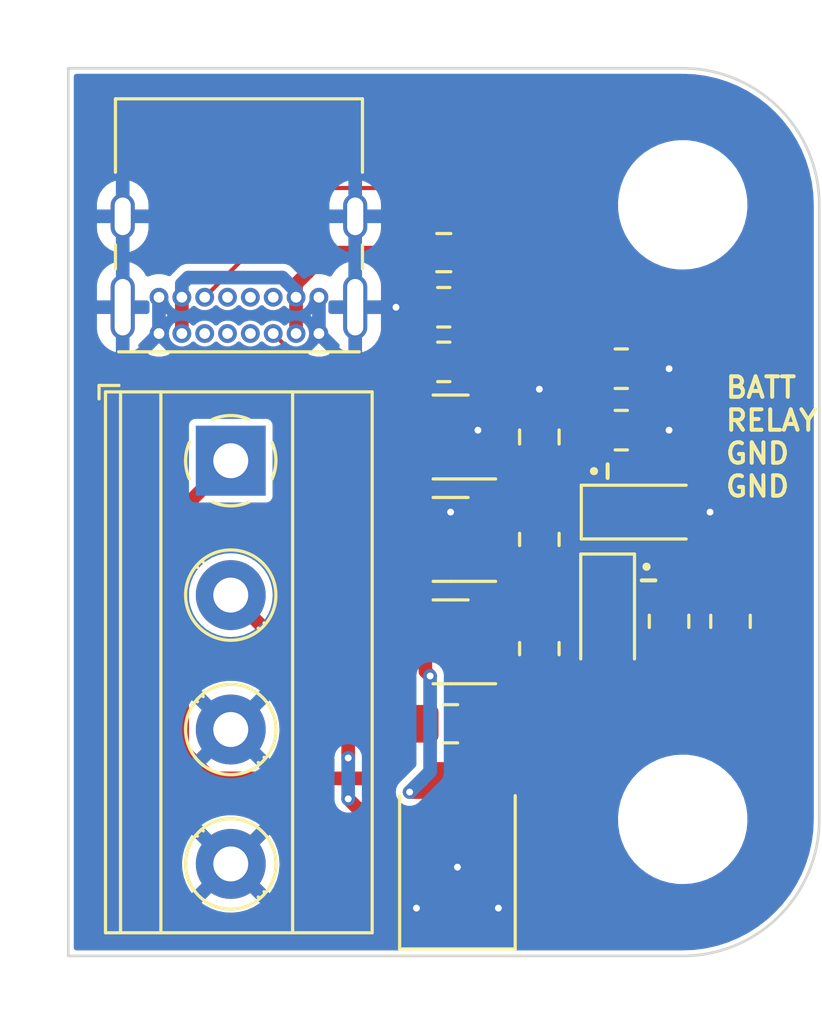
<source format=kicad_pcb>
(kicad_pcb (version 20211014) (generator pcbnew)
  (layers (0 "F.Cu" signal "Front") (31 "B.Cu" signal "Back") (34 "B.Paste" user) (35 "F.Paste" user) (36 "B.SilkS" user "B.Silkscreen") (37 "F.SilkS" user "F.Silkscreen") (38 "B.Mask" user) (39 "F.Mask" user) (44 "Edge.Cuts" user))
  (net 0 "")
  (net 1 "VBUS")
  (net 2 "Net-(F1-Pad2)")
  (net 3 "GND")
  (net 4 "Net-(J1-PadA5)")
  (net 8 "Net-(J1-PadB5)")
  (net 12 "+BATT")
  (net 13 "/RELAY")
  (net 14 "Net-(D1-Pad1)")
  (net 15 "Net-(Q2-Pad3)")
  (net 16 "Net-(C1-Pad1)")
  (net 17 "Net-(D2-Pad2)")
  (net 18 "/BATT_UNFUSED")
  (net 19 "/RELAY_UNPROTECTED")
  (footprint "Package_TO_SOT_SMD:SOT-23" (layer "F.Cu") (at 47.244 171.196 180)
    (fp_text reference "Q3" hide)
    (fp_text value "BSS84" hide)
    (fp_line (start 0 -1.56) (end 0.65 -1.56) (layer "F.SilkS") (width 0.12))
    (fp_line (start 0 -1.56) (end -1.675 -1.56) (layer "F.SilkS") (width 0.12))
    (fp_line (start 0 1.56) (end 0.65 1.56) (layer "F.SilkS") (width 0.12))
    (fp_line (start 0 1.56) (end -0.65 1.56) (layer "F.SilkS") (width 0.12))
    (pad "1" smd roundrect (at -0.9375 -0.95 180) (size 1.475 0.6) (layers "F.Cu" "F.Paste" "F.Mask") (net 17 "Net-(D2-Pad2)"))
    (pad "2" smd roundrect (at -0.9375 0.95 180) (size 1.475 0.6) (layers "F.Cu" "F.Paste" "F.Mask") (net 12 "+BATT"))
    (pad "3" smd roundrect (at 0.9375 0 180) (size 1.475 0.6) (layers "F.Cu" "F.Paste" "F.Mask") (net 19 "/RELAY_UNPROTECTED"))
  )
  (footprint "Diode_SMD:D_SMB" (layer "F.Cu") (at 47.498 179.07 90)
    (fp_text reference "D3" hide)
    (fp_text value "D_TVS" hide)
    (fp_line (start -3.55 2.15) (end 2.15 2.15) (layer "F.SilkS") (width 0.12))
    (fp_line (start -3.55 -2.15) (end 2.15 -2.15) (layer "F.SilkS") (width 0.12))
    (fp_line (start -3.55 -2.15) (end -3.55 2.15) (layer "F.SilkS") (width 0.12))
    (pad "1" smd rect (at -2.15 0 90) (size 2.5 2.3) (layers "F.Cu" "F.Paste" "F.Mask") (net 3 "GND"))
    (pad "2" smd rect (at 2.15 0 90) (size 2.5 2.3) (layers "F.Cu" "F.Paste" "F.Mask") (net 19 "/RELAY_UNPROTECTED"))
  )
  (footprint "Resistor_SMD:R_0805_2012Metric" (layer "F.Cu") (at 55.372 170.434 -90)
    (fp_text reference "R8" hide)
    (fp_text value "56k" hide)
    (fp_line (start -0.227064 -0.735) (end 0.227064 -0.735) (layer "F.SilkS") (width 0.12))
    (fp_line (start -0.227064 0.735) (end 0.227064 0.735) (layer "F.SilkS") (width 0.12))
    (pad "1" smd roundrect (at -0.9125 0 270) (size 1.025 1.4) (layers "F.Cu" "F.Paste" "F.Mask") (roundrect_rratio 0.243902) (net 12 "+BATT"))
    (pad "2" smd roundrect (at 0.9125 0 270) (size 1.025 1.4) (layers "F.Cu" "F.Paste" "F.Mask") (roundrect_rratio 0.243902) (net 17 "Net-(D2-Pad2)"))
  )
  (footprint "Package_TO_SOT_SMD:SOT-23" (layer "F.Cu") (at 47.244 167.386 180)
    (fp_text reference "Q2" hide)
    (fp_text value "BSS138" hide)
    (fp_line (start 0 -1.56) (end -1.675 -1.56) (layer "F.SilkS") (width 0.12))
    (fp_line (start 0 -1.56) (end 0.65 -1.56) (layer "F.SilkS") (width 0.12))
    (fp_line (start 0 1.56) (end 0.65 1.56) (layer "F.SilkS") (width 0.12))
    (fp_line (start 0 1.56) (end -0.65 1.56) (layer "F.SilkS") (width 0.12))
    (pad "1" smd roundrect (at -0.9375 -0.95 180) (size 1.475 0.6) (layers "F.Cu" "F.Paste" "F.Mask") (net 14 "Net-(D1-Pad1)"))
    (pad "2" smd roundrect (at -0.9375 0.95 180) (size 1.475 0.6) (layers "F.Cu" "F.Paste" "F.Mask") (net 3 "GND"))
    (pad "3" smd roundrect (at 0.9375 0 180) (size 1.475 0.6) (layers "F.Cu" "F.Paste" "F.Mask") (net 15 "Net-(Q2-Pad3)"))
  )
  (footprint "Resistor_SMD:R_0805_2012Metric" (layer "F.Cu") (at 50.546 171.45 90)
    (fp_text reference "R5" hide)
    (fp_text value "10k" hide)
    (fp_line (start -0.227064 0.735) (end 0.227064 0.735) (layer "F.SilkS") (width 0.12))
    (fp_line (start -0.227064 -0.735) (end 0.227064 -0.735) (layer "F.SilkS") (width 0.12))
    (pad "1" smd roundrect (at -0.9125 0 90) (size 1.025 1.4) (layers "F.Cu" "F.Paste" "F.Mask") (roundrect_rratio 0.243902439) (net 17 "Net-(D2-Pad2)"))
    (pad "2" smd roundrect (at 0.9125 0 90) (size 1.025 1.4) (layers "F.Cu" "F.Paste" "F.Mask") (roundrect_rratio 0.243902439) (net 15 "Net-(Q2-Pad3)"))
  )
  (footprint "Connector_USB:USB_C_Receptacle_GCT_USB4085" (layer "F.Cu") (at 42.345 159.727 180)
    (fp_text reference "J1" hide)
    (fp_text value "USB_C_Receptacle_USB2.0" hide)
    (fp_line (start 7.57 6) (end 7.57 8.73) (layer "F.SilkS") (width 0.12))
    (fp_line (start -1.62 2.4) (end -1.62 3.3) (layer "F.SilkS") (width 0.12))
    (fp_line (start -1.62 8.73) (end 7.57 8.73) (layer "F.SilkS") (width 0.12))
    (fp_line (start -1.5 -0.68) (end 7.45 -0.68) (layer "F.SilkS") (width 0.12))
    (fp_line (start 7.57 2.4) (end 7.57 3.3) (layer "F.SilkS") (width 0.12))
    (fp_line (start -1.62 6) (end -1.62 8.73) (layer "F.SilkS") (width 0.12))
    (pad "A1" thru_hole circle (at 0 0 180) (size 0.7 0.7) (drill 0.4) (layers *.Cu *.Mask) (net 3 "GND"))
    (pad "A4" thru_hole circle (at 0.85 0 180) (size 0.7 0.7) (drill 0.4) (layers *.Cu *.Mask) (net 2 "Net-(F1-Pad2)"))
    (pad "A5" thru_hole circle (at 1.7 0 180) (size 0.7 0.7) (drill 0.4) (layers *.Cu *.Mask) (net 4 "Net-(J1-PadA5)"))
    (pad "A6" thru_hole circle (at 2.55 0 180) (size 0.7 0.7) (drill 0.4) (layers *.Cu *.Mask))
    (pad "A7" thru_hole circle (at 3.4 0 180) (size 0.7 0.7) (drill 0.4) (layers *.Cu *.Mask))
    (pad "A8" thru_hole circle (at 4.25 0 180) (size 0.7 0.7) (drill 0.4) (layers *.Cu *.Mask))
    (pad "A9" thru_hole circle (at 5.1 0 180) (size 0.7 0.7) (drill 0.4) (layers *.Cu *.Mask) (net 2 "Net-(F1-Pad2)"))
    (pad "A12" thru_hole circle (at 5.95 0 180) (size 0.7 0.7) (drill 0.4) (layers *.Cu *.Mask) (net 3 "GND"))
    (pad "B1" thru_hole circle (at 5.95 1.35 180) (size 0.7 0.7) (drill 0.4) (layers *.Cu *.Mask) (net 3 "GND"))
    (pad "B4" thru_hole circle (at 5.1 1.35 180) (size 0.7 0.7) (drill 0.4) (layers *.Cu *.Mask) (net 2 "Net-(F1-Pad2)"))
    (pad "B5" thru_hole circle (at 4.25 1.35 180) (size 0.7 0.7) (drill 0.4) (layers *.Cu *.Mask) (net 8 "Net-(J1-PadB5)"))
    (pad "B6" thru_hole circle (at 3.4 1.35 180) (size 0.7 0.7) (drill 0.4) (layers *.Cu *.Mask))
    (pad "B7" thru_hole circle (at 2.55 1.35 180) (size 0.7 0.7) (drill 0.4) (layers *.Cu *.Mask))
    (pad "B8" thru_hole circle (at 1.7 1.35 180) (size 0.7 0.7) (drill 0.4) (layers *.Cu *.Mask))
    (pad "B9" thru_hole circle (at 0.85 1.35 180) (size 0.7 0.7) (drill 0.4) (layers *.Cu *.Mask) (net 2 "Net-(F1-Pad2)"))
    (pad "B12" thru_hole circle (at 0 1.35 180) (size 0.7 0.7) (drill 0.4) (layers *.Cu *.Mask) (net 3 "GND"))
    (pad "S1" thru_hole oval (at -1.35 4.36 180) (size 0.9 1.7) (drill oval 0.6 1.4) (layers *.Cu *.Mask) (net 3 "GND"))
    (pad "S1" thru_hole oval (at -1.35 0.98 180) (size 0.9 2.4) (drill oval 0.6 2.1) (layers *.Cu *.Mask) (net 3 "GND"))
    (pad "S1" thru_hole oval (at 7.3 0.98 180) (size 0.9 2.4) (drill oval 0.6 2.1) (layers *.Cu *.Mask) (net 3 "GND"))
    (pad "S1" thru_hole oval (at 7.3 4.36 180) (size 0.9 1.7) (drill oval 0.6 1.4) (layers *.Cu *.Mask) (net 3 "GND"))
  )
  (footprint "Resistor_SMD:R_0805_2012Metric" (layer "F.Cu") (at 46.99 158.75 180)
    (fp_text reference "R3" hide)
    (fp_text value "10K" hide)
    (fp_line (start -0.227064 0.735) (end 0.227064 0.735) (layer "F.SilkS") (width 0.12))
    (fp_line (start -0.227064 -0.735) (end 0.227064 -0.735) (layer "F.SilkS") (width 0.12))
    (pad "1" smd roundrect (at -0.9125 0 180) (size 1.025 1.4) (layers "F.Cu" "F.Paste" "F.Mask") (roundrect_rratio 0.243902439) (net 1 "VBUS"))
    (pad "2" smd roundrect (at 0.9125 0 180) (size 1.025 1.4) (layers "F.Cu" "F.Paste" "F.Mask") (roundrect_rratio 0.243902439) (net 3 "GND"))
  )
  (footprint "Resistor_SMD:R_0805_2012Metric" (layer "F.Cu") (at 57.658 170.434 90)
    (fp_text reference "R7" hide)
    (fp_text value "2.7K" hide)
    (fp_line (start -0.227064 -0.735) (end 0.227064 -0.735) (layer "F.SilkS") (width 0.12))
    (fp_line (start -0.227064 0.735) (end 0.227064 0.735) (layer "F.SilkS") (width 0.12))
    (pad "1" smd roundrect (at -0.9125 0 90) (size 1.025 1.4) (layers "F.Cu" "F.Paste" "F.Mask") (roundrect_rratio 0.243902439) (net 19 "/RELAY_UNPROTECTED"))
    (pad "2" smd roundrect (at 0.9125 0 90) (size 1.025 1.4) (layers "F.Cu" "F.Paste" "F.Mask") (roundrect_rratio 0.243902439) (net 13 "/RELAY"))
  )
  (footprint "Resistor_SMD:R_0805_2012Metric" (layer "F.Cu") (at 53.594 161.036)
    (fp_text reference "R1" hide)
    (fp_text value "5.1K" hide)
    (fp_line (start -0.227064 -0.735) (end 0.227064 -0.735) (layer "F.SilkS") (width 0.12))
    (fp_line (start -0.227064 0.735) (end 0.227064 0.735) (layer "F.SilkS") (width 0.12))
    (pad "1" smd roundrect (at -0.9125 0) (size 1.025 1.4) (layers "F.Cu" "F.Paste" "F.Mask") (roundrect_rratio 0.243902439) (net 8 "Net-(J1-PadB5)"))
    (pad "2" smd roundrect (at 0.9125 0) (size 1.025 1.4) (layers "F.Cu" "F.Paste" "F.Mask") (roundrect_rratio 0.243902439) (net 3 "GND"))
  )
  (footprint "Package_TO_SOT_SMD:SOT-23" (layer "F.Cu") (at 47.244 163.576 180)
    (fp_text reference "Q1" hide)
    (fp_text value "BSS138" hide)
    (fp_line (start 0 -1.56) (end 0.65 -1.56) (layer "F.SilkS") (width 0.12))
    (fp_line (start 0 1.56) (end 0.65 1.56) (layer "F.SilkS") (width 0.12))
    (fp_line (start 0 -1.56) (end -1.675 -1.56) (layer "F.SilkS") (width 0.12))
    (fp_line (start 0 1.56) (end -0.65 1.56) (layer "F.SilkS") (width 0.12))
    (pad "1" smd roundrect (at -0.9375 -0.95 180) (size 1.475 0.6) (layers "F.Cu" "F.Paste" "F.Mask") (net 16 "Net-(C1-Pad1)"))
    (pad "2" smd roundrect (at -0.9375 0.95 180) (size 1.475 0.6) (layers "F.Cu" "F.Paste" "F.Mask") (net 3 "GND"))
    (pad "3" smd roundrect (at 0.9375 0 180) (size 1.475 0.6) (layers "F.Cu" "F.Paste" "F.Mask") (net 14 "Net-(D1-Pad1)"))
  )
  (footprint "Fuse:Fuse_0805_2012Metric_Pad1.15x1.40mm_HandSolder" (layer "F.Cu") (at 46.99 156.718 180)
    (fp_text reference "F1" hide)
    (fp_text value "USB Fuse" hide)
    (fp_line (start -0.261252 -0.71) (end 0.261252 -0.71) (layer "F.SilkS") (width 0.12))
    (fp_line (start -0.261252 0.71) (end 0.261252 0.71) (layer "F.SilkS") (width 0.12))
    (pad "1" smd roundrect (at -1.025 0 180) (size 1.15 1.4) (layers "F.Cu" "F.Paste" "F.Mask") (roundrect_rratio 0.2173913043) (net 1 "VBUS"))
    (pad "2" smd roundrect (at 1.025 0 180) (size 1.15 1.4) (layers "F.Cu" "F.Paste" "F.Mask") (roundrect_rratio 0.2173913043) (net 2 "Net-(F1-Pad2)"))
  )
  (footprint "Capacitor_SMD:C_0805_2012Metric" (layer "F.Cu") (at 50.546 163.576 90)
    (fp_text reference "C1" hide)
    (fp_text value "4.7u" hide)
    (fp_line (start -0.261252 0.735) (end 0.261252 0.735) (layer "F.SilkS") (width 0.12))
    (fp_line (start -0.261252 -0.735) (end 0.261252 -0.735) (layer "F.SilkS") (width 0.12))
    (pad "1" smd roundrect (at -0.95 0 90) (size 1 1.45) (layers "F.Cu" "F.Paste" "F.Mask") (net 16 "Net-(C1-Pad1)"))
    (pad "2" smd roundrect (at 0.95 0 90) (size 1 1.45) (layers "F.Cu" "F.Paste" "F.Mask") (net 3 "GND"))
  )
  (footprint "Diode_SMD:D_SOD-123" (layer "F.Cu") (at 54.356 166.37)
    (fp_text reference "D1" hide)
    (fp_text value "D_Zener" hide)
    (fp_line (start -2.25 1) (end 1.65 1) (layer "F.SilkS") (width 0.12))
    (fp_line (start -2.25 -1) (end 1.65 -1) (layer "F.SilkS") (width 0.12))
    (fp_line (start -2.25 -1) (end -2.25 1) (layer "F.SilkS") (width 0.12))
    (pad "1" smd rect (at -1.65 0) (size 0.9 1.2) (layers "F.Cu" "F.Paste" "F.Mask") (net 14 "Net-(D1-Pad1)"))
    (pad "2" smd rect (at 1.65 0) (size 0.9 1.2) (layers "F.Cu" "F.Paste" "F.Mask") (net 3 "GND"))
  )
  (footprint "Diode_SMD:D_SOD-123" (layer "F.Cu") (at 53.086 170.18 -90)
    (fp_text reference "D2" hide)
    (fp_text value "D_Zener" hide)
    (fp_line (start -2.25 -1) (end -2.25 1) (layer "F.SilkS") (width 0.12))
    (fp_line (start -2.25 1) (end 1.65 1) (layer "F.SilkS") (width 0.12))
    (fp_line (start -2.25 -1) (end 1.65 -1) (layer "F.SilkS") (width 0.12))
    (pad "1" smd rect (at -1.65 0 270) (size 0.9 1.2) (layers "F.Cu" "F.Paste" "F.Mask") (net 12 "+BATT"))
    (pad "2" smd rect (at 1.65 0 270) (size 0.9 1.2) (layers "F.Cu" "F.Paste" "F.Mask") (net 17 "Net-(D2-Pad2)"))
  )
  (footprint "MountingHole:MountingHole_4.3mm_M4" (layer "F.Cu") (at 55.88 154.94)
    (fp_text reference "H1" hide)
    (fp_text value "MountingHole" hide)
    (pad "" np_thru_hole circle (at 0 0) (size 4.3 4.3) (drill 4.3) (layers *.Cu *.Mask))
  )
  (footprint "MountingHole:MountingHole_4.3mm_M4" (layer "F.Cu") (at 55.88 177.8)
    (fp_text reference "H2" hide)
    (fp_text value "MountingHole" hide)
    (pad "" np_thru_hole circle (at 0 0) (size 4.3 4.3) (drill 4.3) (layers *.Cu *.Mask))
  )
  (footprint "Resistor_SMD:R_0805_2012Metric" (layer "F.Cu") (at 50.546 167.386 90)
    (fp_text reference "R4" hide)
    (fp_text value "56k" hide)
    (fp_line (start -0.227064 -0.735) (end 0.227064 -0.735) (layer "F.SilkS") (width 0.12))
    (fp_line (start -0.227064 0.735) (end 0.227064 0.735) (layer "F.SilkS") (width 0.12))
    (pad "1" smd roundrect (at -0.9125 0 90) (size 1.025 1.4) (layers "F.Cu" "F.Paste" "F.Mask") (roundrect_rratio 0.243902439) (net 12 "+BATT"))
    (pad "2" smd roundrect (at 0.9125 0 90) (size 1.025 1.4) (layers "F.Cu" "F.Paste" "F.Mask") (roundrect_rratio 0.243902439) (net 14 "Net-(D1-Pad1)"))
  )
  (footprint "Resistor_SMD:R_0805_2012Metric" (layer "F.Cu") (at 53.594 163.322)
    (fp_text reference "R2" hide)
    (fp_text value "5.1K" hide)
    (fp_line (start -0.227064 0.735) (end 0.227064 0.735) (layer "F.SilkS") (width 0.12))
    (fp_line (start -0.227064 -0.735) (end 0.227064 -0.735) (layer "F.SilkS") (width 0.12))
    (pad "1" smd roundrect (at -0.9125 0) (size 1.025 1.4) (layers "F.Cu" "F.Paste" "F.Mask") (roundrect_rratio 0.243902439) (net 4 "Net-(J1-PadA5)"))
    (pad "2" smd roundrect (at 0.9125 0) (size 1.025 1.4) (layers "F.Cu" "F.Paste" "F.Mask") (roundrect_rratio 0.243902439) (net 3 "GND"))
  )
  (footprint "Fuse:Fuse_0805_2012Metric_Pad1.15x1.40mm_HandSolder" (layer "F.Cu") (at 47.244 174.244)
    (fp_text reference "F2" hide)
    (fp_text value "Batt Fuse" hide)
    (fp_line (start -0.261252 0.71) (end 0.261252 0.71) (layer "F.SilkS") (width 0.12))
    (fp_line (start -0.261252 -0.71) (end 0.261252 -0.71) (layer "F.SilkS") (width 0.12))
    (pad "1" smd roundrect (at -1.025 0) (size 1.15 1.4) (layers "F.Cu" "F.Paste" "F.Mask") (roundrect_rratio 0.2173913043) (net 18 "/BATT_UNFUSED"))
    (pad "2" smd roundrect (at 1.025 0) (size 1.15 1.4) (layers "F.Cu" "F.Paste" "F.Mask") (roundrect_rratio 0.2173913043) (net 12 "+BATT"))
  )
  (footprint "TerminalBlock_Phoenix:TerminalBlock_Phoenix_MKDS-1,5-4_1x04_P5.00mm_Horizontal" (layer "F.Cu") (at 39.065 164.458 -90)
    (fp_text reference "J2" hide)
    (fp_text value "Screw_Terminal_01x04" hide)
    (fp_line (start 16.275 -1.069) (end 16.228 -1.023) (layer "F.SilkS") (width 0.12))
    (fp_line (start -2.8 4.9) (end -2.3 4.9) (layer "F.SilkS") (width 0.12))
    (fp_line (start 16.07 -1.275) (end 16.035 -1.239) (layer "F.SilkS") (width 0.12))
    (fp_line (start 11.275 -1.069) (end 11.228 -1.023) (layer "F.SilkS") (width 0.12))
    (fp_line (start 13.773 1.023) (end 13.726 1.069) (layer "F.SilkS") (width 0.12))
    (fp_line (start 6.07 -1.275) (end 6.035 -1.239) (layer "F.SilkS") (width 0.12))
    (fp_line (start -2.56 -2.301) (end 17.561 -2.301) (layer "F.SilkS") (width 0.12))
    (fp_line (start 6.275 -1.069) (end 6.228 -1.023) (layer "F.SilkS") (width 0.12))
    (fp_line (start 11.07 -1.275) (end 11.035 -1.239) (layer "F.SilkS") (width 0.12))
    (fp_line (start 3.773 1.023) (end 3.726 1.069) (layer "F.SilkS") (width 0.12))
    (fp_line (start 8.966 1.239) (end 8.931 1.274) (layer "F.SilkS") (width 0.12))
    (fp_line (start 8.773 1.023) (end 8.726 1.069) (layer "F.SilkS") (width 0.12))
    (fp_line (start -2.56 4.1) (end 17.561 4.1) (layer "F.SilkS") (width 0.12))
    (fp_line (start 13.966 1.239) (end 13.931 1.274) (layer "F.SilkS") (width 0.12))
    (fp_line (start -2.56 -5.261) (end 17.561 -5.261) (layer "F.SilkS") (width 0.12))
    (fp_line (start 17.561 -5.261) (end 17.561 4.66) (layer "F.SilkS") (width 0.12))
    (fp_line (start -2.56 -5.261) (end -2.56 4.66) (layer "F.SilkS") (width 0.12))
    (fp_line (start -2.8 4.16) (end -2.8 4.9) (layer "F.SilkS") (width 0.12))
    (fp_line (start -2.56 2.6) (end 17.561 2.6) (layer "F.SilkS") (width 0.12))
    (fp_line (start 3.966 1.239) (end 3.931 1.274) (layer "F.SilkS") (width 0.12))
    (fp_line (start -2.56 4.66) (end 17.561 4.66) (layer "F.SilkS") (width 0.12))
    (fp_arc (start 0.028805 1.680253) (mid -0.335551 1.646659) (end -0.684 1.535) (layer "F.SilkS") (width 0.12))
    (fp_arc (start -1.535427 0.683042) (mid -1.680501 -0.000524) (end -1.535 -0.684) (layer "F.SilkS") (width 0.12))
    (fp_arc (start 0.683318 1.534756) (mid 0.349292 1.643288) (end 0 1.68) (layer "F.SilkS") (width 0.12))
    (fp_arc (start 1.535427 -0.683042) (mid 1.680501 0.000524) (end 1.535 0.684) (layer "F.SilkS") (width 0.12))
    (fp_arc (start -0.683042 -1.535427) (mid 0.000524 -1.680501) (end 0.684 -1.535) (layer "F.SilkS") (width 0.12))
    (fp_circle (center 5 0) (end 6.68 0) (layer "F.SilkS") (width 0.12) (fill none))
    (fp_circle (center 15 0) (end 16.68 0) (layer "F.SilkS") (width 0.12) (fill none))
    (fp_circle (center 10 0) (end 11.68 0) (layer "F.SilkS") (width 0.12) (fill none))
    (pad "1" thru_hole rect (at 0 0 270) (size 2.6 2.6) (drill 1.3) (layers *.Cu *.Mask) (net 18 "/BATT_UNFUSED"))
    (pad "2" thru_hole circle (at 5 0 270) (size 2.6 2.6) (drill 1.3) (layers *.Cu *.Mask) (net 13 "/RELAY"))
    (pad "3" thru_hole circle (at 10 0 270) (size 2.6 2.6) (drill 1.3) (layers *.Cu *.Mask) (net 3 "GND"))
    (pad "4" thru_hole circle (at 15 0 270) (size 2.6 2.6) (drill 1.3) (layers *.Cu *.Mask) (net 3 "GND"))
  )
  (footprint "Resistor_SMD:R_0805_2012Metric" (layer "F.Cu") (at 46.99 160.782 180)
    (fp_text reference "R6" hide)
    (fp_text value "6.2K" hide)
    (fp_line (start -0.227064 -0.735) (end 0.227064 -0.735) (layer "F.SilkS") (width 0.12))
    (fp_line (start -0.227064 0.735) (end 0.227064 0.735) (layer "F.SilkS") (width 0.12))
    (pad "1" smd roundrect (at -0.9125 0 180) (size 1.025 1.4) (layers "F.Cu" "F.Paste" "F.Mask") (roundrect_rratio 0.243902439) (net 1 "VBUS"))
    (pad "2" smd roundrect (at 0.9125 0 180) (size 1.025 1.4) (layers "F.Cu" "F.Paste" "F.Mask") (roundrect_rratio 0.243902439) (net 16 "Net-(C1-Pad1)"))
  )
  (gr_line (start 54.356 168.91) (end 54.864 168.91) (layer "F.SilkS") (width 0.15))
  (gr_line (start 53.086 165.1) (end 53.086 164.592) (layer "F.SilkS") (width 0.15))
  (gr_circle (center 52.578 164.846) (end 52.6542 164.846) (layer "F.SilkS") (width 0.15) (fill none))
  (gr_circle (center 54.5338 168.402) (end 54.61 168.402) (layer "F.SilkS") (width 0.15) (fill none))
  (gr_line (start 60.96 177.8) (end 60.96 154.94) (layer "Edge.Cuts") (width 0.1))
  (gr_arc (start 55.88 149.86) (mid 59.472102 151.347898) (end 60.96 154.94) (layer "Edge.Cuts") (width 0.1))
  (gr_arc (start 60.96 177.8) (mid 59.472102 181.392102) (end 55.88 182.88) (layer "Edge.Cuts") (width 0.1))
  (gr_line (start 33.02 182.88) (end 55.88 182.88) (layer "Edge.Cuts") (width 0.1))
  (gr_line (start 33.02 149.86) (end 33.02 182.88) (layer "Edge.Cuts") (width 0.1))
  (gr_line (start 55.88 149.86) (end 33.02 149.86) (layer "Edge.Cuts") (width 0.1))
  (gr_text "BATT\nRELAY\nGND\nGND" (at 57.404 163.576) (layer "F.SilkS") (effects (font (size 0.762 0.762)) (justify left)))
  (segment (start 47.9025 160.782) (end 47.9025 158.75) (width 0.508) (layer "F.Cu") (net 1))
  (segment (start 48.015 156.718) (end 48.015 158.6375) (width 0.508) (layer "F.Cu") (net 1))
  (segment (start 41.495 157.882026) (end 41.495 158.377) (width 0.508) (layer "F.Cu") (net 2))
  (segment (start 37.245 158.377) (end 37.245 159.727) (width 0.508) (layer "F.Cu") (net 2))
  (segment (start 45.965 156.718) (end 42.659026 156.718) (width 0.508) (layer "F.Cu") (net 2))
  (segment (start 41.495 158.377) (end 41.495 159.727) (width 0.508) (layer "F.Cu") (net 2))
  (segment (start 42.659026 156.718) (end 41.495 157.882026) (width 0.508) (layer "F.Cu") (net 2))
  (segment (start 41.495 158.15352) (end 41.495 158.377) (width 0.508) (layer "B.Cu") (net 2))
  (segment (start 40.987969 157.646489) (end 41.495 158.15352) (width 0.508) (layer "B.Cu") (net 2))
  (segment (start 37.480537 157.646489) (end 40.987969 157.646489) (width 0.508) (layer "B.Cu") (net 2))
  (segment (start 37.245 158.377) (end 37.245 157.882026) (width 0.508) (layer "B.Cu") (net 2))
  (segment (start 37.245 157.882026) (end 37.480537 157.646489) (width 0.508) (layer "B.Cu") (net 2))
  (segment (start 54.5065 163.322) (end 55.372 163.322) (width 0.508) (layer "F.Cu") (net 3))
  (segment (start 47.498 181.22) (end 48.904 181.22) (width 0.508) (layer "F.Cu") (net 3))
  (segment (start 54.5065 161.036) (end 55.372 161.036) (width 0.508) (layer "F.Cu") (net 3))
  (segment (start 46.092 181.22) (end 45.974 181.102) (width 0.508) (layer "F.Cu") (net 3))
  (segment (start 56.006 166.37) (end 56.896 166.37) (width 0.508) (layer "F.Cu") (net 3))
  (segment (start 48.904 181.22) (end 49.022 181.102) (width 0.508) (layer "F.Cu") (net 3))
  (segment (start 48.1815 162.626) (end 48.1815 163.2435) (width 0.508) (layer "F.Cu") (net 3))
  (segment (start 47.498 181.22) (end 46.092 181.22) (width 0.508) (layer "F.Cu") (net 3))
  (segment (start 50.546 162.626) (end 50.546 161.798) (width 0.508) (layer "F.Cu") (net 3))
  (segment (start 46.0775 158.75) (end 45.212 158.75) (width 0.508) (layer "F.Cu") (net 3))
  (segment (start 48.1815 163.2435) (end 48.26 163.322) (width 0.508) (layer "F.Cu") (net 3))
  (segment (start 48.1815 166.436) (end 47.31 166.436) (width 0.508) (layer "F.Cu") (net 3))
  (segment (start 47.31 166.436) (end 47.244 166.37) (width 0.508) (layer "F.Cu") (net 3))
  (segment (start 47.498 181.22) (end 47.498 179.578) (width 0.508) (layer "F.Cu") (net 3))
  (via (at 50.546 161.798) (size 0.508) (drill 0.254) (layers "F.Cu" "B.Cu") (net 3))
  (via (at 47.498 179.578) (size 0.508) (drill 0.254) (layers "F.Cu" "B.Cu") (net 3))
  (via (at 55.372 161.036) (size 0.508) (drill 0.254) (layers "F.Cu" "B.Cu") (net 3))
  (via (at 55.372 163.322) (size 0.508) (drill 0.254) (layers "F.Cu" "B.Cu") (net 3))
  (via (at 56.896 166.37) (size 0.508) (drill 0.254) (layers "F.Cu" "B.Cu") (net 3))
  (via (at 49.022 181.102) (size 0.508) (drill 0.254) (layers "F.Cu" "B.Cu") (net 3))
  (via (at 48.26 163.322) (size 0.508) (drill 0.254) (layers "F.Cu" "B.Cu") (net 3))
  (via (at 47.244 166.37) (size 0.508) (drill 0.254) (layers "F.Cu" "B.Cu") (net 3))
  (via (at 45.974 181.102) (size 0.508) (drill 0.254) (layers "F.Cu" "B.Cu") (net 3))
  (via (at 45.212 158.75) (size 0.508) (drill 0.254) (layers "F.Cu" "B.Cu") (net 3))
  (segment (start 36.395 158.377) (end 36.395 159.727) (width 0.508) (layer "B.Cu") (net 3))
  (segment (start 42.345 159.727) (end 42.345 158.377) (width 0.508) (layer "B.Cu") (net 3))
  (segment (start 45.937574 161.798) (end 42.716 161.798) (width 0.1524) (layer "F.Cu") (net 4))
  (segment (start 51.119163 165.354) (end 47.737258 165.354) (width 0.1524) (layer "F.Cu") (net 4))
  (segment (start 42.716 161.798) (end 40.645 159.727) (width 0.1524) (layer "F.Cu") (net 4))
  (segment (start 46.99 164.164742) (end 47.27212 163.882622) (width 0.1524) (layer "F.Cu") (net 4))
  (segment (start 52.6815 163.791663) (end 51.119163 165.354) (width 0.1524) (layer "F.Cu") (net 4))
  (segment (start 47.27212 163.882622) (end 47.27212 163.132546) (width 0.1524) (layer "F.Cu") (net 4))
  (segment (start 46.99 164.606742) (end 46.99 164.164742) (width 0.1524) (layer "F.Cu") (net 4))
  (segment (start 47.27212 163.132546) (end 45.937574 161.798) (width 0.1524) (layer "F.Cu") (net 4))
  (segment (start 47.737258 165.354) (end 46.99 164.606742) (width 0.1524) (layer "F.Cu") (net 4))
  (segment (start 52.6815 161.036) (end 52.6815 159.789653) (width 0.1524) (layer "F.Cu") (net 8))
  (segment (start 47.206127 154.31428) (end 42.15772 154.31428) (width 0.1524) (layer "F.Cu") (net 8))
  (segment (start 42.15772 154.31428) (end 38.095 158.377) (width 0.1524) (layer "F.Cu") (net 8))
  (segment (start 52.6815 159.789653) (end 47.206127 154.31428) (width 0.1524) (layer "F.Cu") (net 8))
  (segment (start 55.372 169.5215) (end 54.3805 168.53) (width 0.508) (layer "F.Cu") (net 12))
  (segment (start 54.3805 168.53) (end 53.086 168.53) (width 0.508) (layer "F.Cu") (net 12))
  (segment (start 49.37572 173.13728) (end 49.37572 171.44022) (width 0.4064) (layer "F.Cu") (net 12))
  (segment (start 48.26925 170.246) (end 50.21675 168.2985) (width 0.4064) (layer "F.Cu") (net 12))
  (segment (start 53.086 168.5055) (end 50.753 168.5055) (width 0.508) (layer "F.Cu") (net 12))
  (segment (start 49.37572 171.44022) (end 48.1815 170.246) (width 0.4064) (layer "F.Cu") (net 12))
  (segment (start 48.269 174.244) (end 49.37572 173.13728) (width 0.4064) (layer "F.Cu") (net 12))
  (segment (start 54.10248 173.73552) (end 57.40448 173.73552) (width 0.508) (layer "F.Cu") (net 13))
  (segment (start 43.434 173.827) (end 43.434 175.51448) (width 0.508) (layer "F.Cu") (net 13))
  (segment (start 59.182 171.958) (end 59.182 170.942) (width 0.508) (layer "F.Cu") (net 13))
  (segment (start 39.065 169.458) (end 43.434 173.827) (width 0.508) (layer "F.Cu") (net 13))
  (segment (start 43.434 177.038) (end 45.21248 178.81648) (width 0.508) (layer "F.Cu") (net 13))
  (segment (start 49.02152 178.81648) (end 54.10248 173.73552) (width 0.508) (layer "F.Cu") (net 13))
  (segment (start 57.40448 173.73552) (end 59.182 171.958) (width 0.508) (layer "F.Cu") (net 13))
  (segment (start 59.182 170.942) (end 57.7615 169.5215) (width 0.508) (layer "F.Cu") (net 13))
  (segment (start 45.21248 178.81648) (end 49.02152 178.81648) (width 0.508) (layer "F.Cu") (net 13))
  (via (at 43.434 175.51448) (size 0.508) (drill 0.254) (layers "F.Cu" "B.Cu") (net 13))
  (via (at 43.434 177.038) (size 0.508) (drill 0.254) (layers "F.Cu" "B.Cu") (net 13))
  (segment (start 43.434 175.51448) (end 43.434 177.038) (width 0.508) (layer "B.Cu") (net 13))
  (segment (start 45.34088 164.54162) (end 45.34088 167.692622) (width 0.1524) (layer "F.Cu") (net 14))
  (segment (start 48.6835 168.336) (end 50.546 166.4735) (width 0.1524) (layer "F.Cu") (net 14))
  (segment (start 45.34088 167.692622) (end 45.984258 168.336) (width 0.1524) (layer "F.Cu") (net 14))
  (segment (start 45.984258 168.336) (end 48.1815 168.336) (width 0.1524) (layer "F.Cu") (net 14))
  (segment (start 52.578 166.4735) (end 50.546 166.4735) (width 0.1524) (layer "F.Cu") (net 14))
  (segment (start 46.3065 163.576) (end 45.34088 164.54162) (width 0.1524) (layer "F.Cu") (net 14))
  (segment (start 56.19056 170.36372) (end 56.40172 170.15256) (width 0.1524) (layer "F.Cu") (net 15))
  (segment (start 51.194043 165.73288) (end 49.88584 165.73288) (width 0.1524) (layer "F.Cu") (net 15))
  (segment (start 53.732044 169.58988) (end 54.505884 170.36372) (width 0.1524) (layer "F.Cu") (net 15))
  (segment (start 49.88584 165.73288) (end 49.24872 166.37) (width 0.1524) (layer "F.Cu") (net 15))
  (segment (start 51.49362 169.58988) (end 53.732044 169.58988) (width 0.1524) (layer "F.Cu") (net 15))
  (segment (start 48.647426 167.386) (end 46.3065 167.386) (width 0.1524) (layer "F.Cu") (net 15))
  (segment (start 50.546 170.5375) (end 51.49362 169.58988) (width 0.1524) (layer "F.Cu") (net 15))
  (segment (start 56.40172 170.15256) (end 56.40172 168.66972) (width 0.1524) (layer "F.Cu") (net 15))
  (segment (start 56.40172 168.66972) (end 53.17388 165.44188) (width 0.1524) (layer "F.Cu") (net 15))
  (segment (start 49.24872 166.37) (end 49.24872 166.784706) (width 0.1524) (layer "F.Cu") (net 15))
  (segment (start 51.485043 165.44188) (end 51.194043 165.73288) (width 0.1524) (layer "F.Cu") (net 15))
  (segment (start 53.17388 165.44188) (end 51.485043 165.44188) (width 0.1524) (layer "F.Cu") (net 15))
  (segment (start 54.505884 170.36372) (end 56.19056 170.36372) (width 0.1524) (layer "F.Cu") (net 15))
  (segment (start 49.24872 166.784706) (end 48.647426 167.386) (width 0.1524) (layer "F.Cu") (net 15))
  (segment (start 47.10722 161.81172) (end 46.0775 160.782) (width 0.1524) (layer "F.Cu") (net 16))
  (segment (start 48.1815 164.526) (end 49.24872 163.45878) (width 0.1524) (layer "F.Cu") (net 16))
  (segment (start 49.24872 162.02472) (end 49.03572 161.81172) (width 0.1524) (layer "F.Cu") (net 16))
  (segment (start 49.03572 161.81172) (end 47.10722 161.81172) (width 0.1524) (layer "F.Cu") (net 16))
  (segment (start 48.1815 164.526) (end 50.546 164.526) (width 0.1524) (layer "F.Cu") (net 16))
  (segment (start 49.24872 163.45878) (end 49.24872 162.02472) (width 0.1524) (layer "F.Cu") (net 16))
  (segment (start 50.546 173.561847) (end 50.546 172.3625) (width 0.1524) (layer "F.Cu") (net 17))
  (segment (start 54.8885 171.83) (end 53.086 171.83) (width 0.1524) (layer "F.Cu") (net 17))
  (segment (start 47.703873 175.27372) (end 48.834127 175.27372) (width 0.1524) (layer "F.Cu") (net 17))
  (segment (start 48.834127 175.27372) (end 50.546 173.561847) (width 0.1524) (layer "F.Cu") (net 17))
  (segment (start 47.36428 174.934127) (end 47.703873 175.27372) (width 0.1524) (layer "F.Cu") (net 17))
  (segment (start 47.36428 172.96322) (end 47.36428 174.934127) (width 0.1524) (layer "F.Cu") (net 17))
  (segment (start 48.1815 172.146) (end 47.36428 172.96322) (width 0.1524) (layer "F.Cu") (net 17))
  (segment (start 51.0785 171.83) (end 50.546 172.3625) (width 0.1524) (layer "F.Cu") (net 17))
  (segment (start 53.086 171.83) (end 51.0785 171.83) (width 0.1524) (layer "F.Cu") (net 17))
  (segment (start 55.372 171.3465) (end 54.8885 171.83) (width 0.1524) (layer "F.Cu") (net 17))
  (segment (start 37.257489 175.206697) (end 38.326792 176.276) (width 0.508) (layer "F.Cu") (net 18))
  (segment (start 37.257489 166.265511) (end 37.257489 175.206697) (width 0.508) (layer "F.Cu") (net 18))
  (segment (start 38.326792 176.276) (end 44.196 176.276) (width 0.508) (layer "F.Cu") (net 18))
  (segment (start 39.065 164.458) (end 37.257489 166.265511) (width 0.508) (layer "F.Cu") (net 18))
  (segment (start 46.219 174.253) (end 46.219 174.244) (width 0.508) (layer "F.Cu") (net 18))
  (segment (start 44.196 176.276) (end 46.219 174.253) (width 0.508) (layer "F.Cu") (net 18))
  (segment (start 57.404 171.704) (end 57.404 171.3465) (width 0.508) (layer "F.Cu") (net 19))
  (segment (start 45.72 176.784) (end 47.362 176.784) (width 0.508) (layer "F.Cu") (net 19))
  (segment (start 46.3065 171.196) (end 46.3065 172.2905) (width 0.508) (layer "F.Cu") (net 19))
  (segment (start 47.498 176.92) (end 49.841048 176.92) (width 0.508) (layer "F.Cu") (net 19))
  (segment (start 53.787048 172.974) (end 56.134 172.974) (width 0.508) (layer "F.Cu") (net 19))
  (segment (start 49.841048 176.92) (end 53.787048 172.974) (width 0.508) (layer "F.Cu") (net 19))
  (segment (start 46.3065 172.2905) (end 46.482 172.466) (width 0.508) (layer "F.Cu") (net 19))
  (segment (start 56.134 172.974) (end 57.404 171.704) (width 0.508) (layer "F.Cu") (net 19))
  (segment (start 47.362 176.784) (end 47.498 176.92) (width 0.508) (layer "F.Cu") (net 19))
  (via (at 45.72 176.784) (size 0.508) (drill 0.254) (layers "F.Cu" "B.Cu") (net 19))
  (via (at 46.482 172.466) (size 0.508) (drill 0.254) (layers "F.Cu" "B.Cu") (net 19))
  (segment (start 46.482 176.022) (end 45.72 176.784) (width 0.508) (layer "B.Cu") (net 19))
  (segment (start 46.482 172.466) (end 46.482 176.022) (width 0.508) (layer "B.Cu") (net 19))
  (zone (net 3) (net_name "GND") (layer "B.Cu") (connect_pads (clearance 0.2032)) (min_thickness 0.2032) (fill yes (thermal_gap 0.508) (thermal_bridge_width 0.508))
    (polygon (pts (xy 60.96 185.42) (xy 30.48 185.42) (xy 30.48 147.32) (xy 60.96 147.32)))
  )
)
</source>
